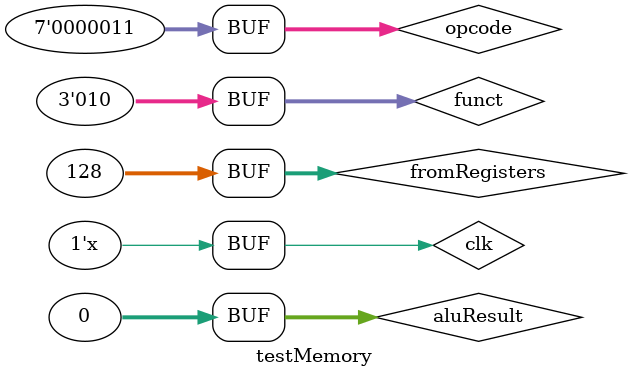
<source format=v>
`timescale 1ns / 1ps
/*
    By: Donovan Reynolds
*/

module testMemory();

reg clk;
reg [31:0] aluResult;
reg [31:0] fromRegisters;

wire [31:0] fromMemory;

wire [2:0]  funct;
wire [6:0]  opcode;



initial clk = 0;
initial fromRegisters = 8'h00000080;
initial aluResult = 0;




assign funct = 2;
assign opcode = 7'b0000011;

Memory mem(.aluInput(aluResult), .registersInput(fromRegisters), .opcode(opcode), .funct3(funct), .clk(clk), .registersOutput(fromMemory));

always #1 clk = ~clk;





endmodule

</source>
